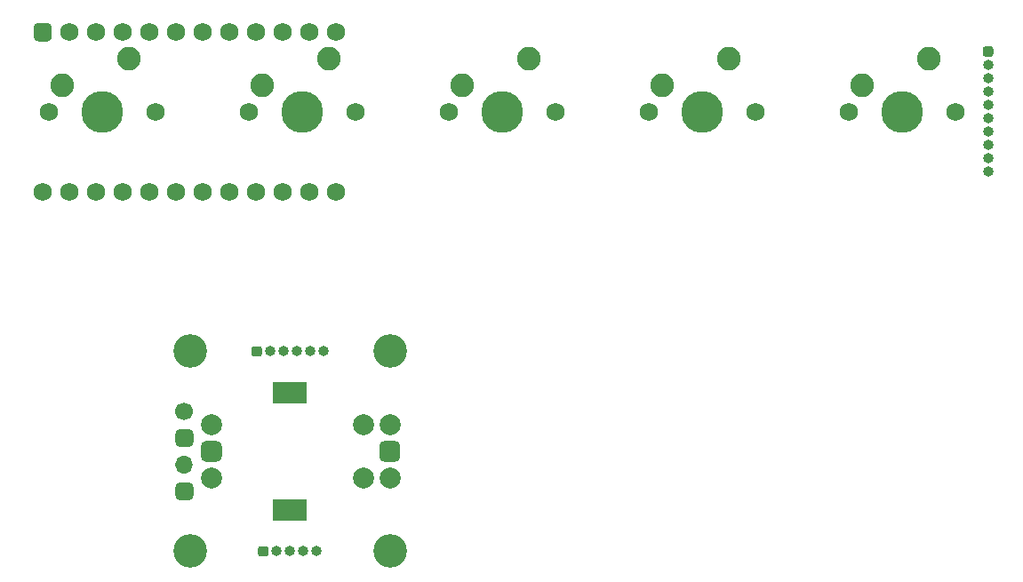
<source format=gbs>
%TF.GenerationSoftware,KiCad,Pcbnew,5.99.0+really5.1.10+dfsg1-1*%
%TF.CreationDate,2021-06-06T12:38:46-04:00*%
%TF.ProjectId,5x1_knob,3578315f-6b6e-46f6-922e-6b696361645f,rev?*%
%TF.SameCoordinates,Original*%
%TF.FileFunction,Soldermask,Bot*%
%TF.FilePolarity,Negative*%
%FSLAX46Y46*%
G04 Gerber Fmt 4.6, Leading zero omitted, Abs format (unit mm)*
G04 Created by KiCad (PCBNEW 5.99.0+really5.1.10+dfsg1-1) date 2021-06-06 12:38:46*
%MOMM*%
%LPD*%
G01*
G04 APERTURE LIST*
%ADD10C,2.000000*%
%ADD11R,3.200001X2.000000*%
%ADD12C,1.752600*%
%ADD13O,1.000000X1.000000*%
%ADD14O,1.700000X1.700000*%
%ADD15C,1.700000*%
%ADD16C,3.200000*%
%ADD17C,2.250000*%
%ADD18C,3.987800*%
%ADD19C,1.750000*%
G04 APERTURE END LIST*
%TO.C,SW_1*%
G36*
G01*
X34598500Y-42346500D02*
X34598500Y-41346500D01*
G75*
G02*
X35098500Y-40846500I500000J0D01*
G01*
X36098500Y-40846500D01*
G75*
G02*
X36598500Y-41346500I0J-500000D01*
G01*
X36598500Y-42346500D01*
G75*
G02*
X36098500Y-42846500I-500000J0D01*
G01*
X35098500Y-42846500D01*
G75*
G02*
X34598500Y-42346500I0J500000D01*
G01*
G37*
D10*
X35598500Y-44346500D03*
X35598500Y-39346500D03*
X33098500Y-44346500D03*
X33098500Y-39346500D03*
D11*
X26098500Y-47446500D03*
X26098500Y-36246500D03*
D10*
X18598500Y-44346500D03*
G36*
G01*
X17598500Y-42346500D02*
X17598500Y-41346500D01*
G75*
G02*
X18098500Y-40846500I500000J0D01*
G01*
X19098500Y-40846500D01*
G75*
G02*
X19598500Y-41346500I0J-500000D01*
G01*
X19598500Y-42346500D01*
G75*
G02*
X19098500Y-42846500I-500000J0D01*
G01*
X18098500Y-42846500D01*
G75*
G02*
X17598500Y-42346500I0J500000D01*
G01*
G37*
X18598500Y-39346500D03*
%TD*%
D12*
%TO.C,U1*%
X2540000Y-17145000D03*
X30480000Y-1905000D03*
X5080000Y-17145000D03*
X7620000Y-17145000D03*
X10160000Y-17145000D03*
X12700000Y-17145000D03*
X15240000Y-17145000D03*
X17780000Y-17145000D03*
X20320000Y-17145000D03*
X22860000Y-17145000D03*
X25400000Y-17145000D03*
X27940000Y-17145000D03*
X30480000Y-17145000D03*
X27940000Y-1905000D03*
X25400000Y-1905000D03*
X22860000Y-1905000D03*
X20320000Y-1905000D03*
X17780000Y-1905000D03*
X15240000Y-1905000D03*
X12700000Y-1905000D03*
X10160000Y-1905000D03*
X7620000Y-1905000D03*
X5080000Y-1905000D03*
G36*
G01*
X1663700Y-2343150D02*
X1663700Y-1466850D01*
G75*
G02*
X2101850Y-1028700I438150J0D01*
G01*
X2978150Y-1028700D01*
G75*
G02*
X3416300Y-1466850I0J-438150D01*
G01*
X3416300Y-2343150D01*
G75*
G02*
X2978150Y-2781300I-438150J0D01*
G01*
X2101850Y-2781300D01*
G75*
G02*
X1663700Y-2343150I0J438150D01*
G01*
G37*
%TD*%
D13*
%TO.C,J_0*%
X92583000Y-15176500D03*
X92583000Y-13906500D03*
X92583000Y-12636500D03*
X92583000Y-11366500D03*
X92583000Y-10096500D03*
X92583000Y-8826500D03*
X92583000Y-7556500D03*
X92583000Y-6286500D03*
X92583000Y-5016500D03*
G36*
G01*
X92083000Y-3996500D02*
X92083000Y-3496500D01*
G75*
G02*
X92333000Y-3246500I250000J0D01*
G01*
X92833000Y-3246500D01*
G75*
G02*
X93083000Y-3496500I0J-250000D01*
G01*
X93083000Y-3996500D01*
G75*
G02*
X92833000Y-4246500I-250000J0D01*
G01*
X92333000Y-4246500D01*
G75*
G02*
X92083000Y-3996500I0J250000D01*
G01*
G37*
%TD*%
%TO.C,SW_2*%
G36*
G01*
X15185000Y-46081500D02*
X15185000Y-45231500D01*
G75*
G02*
X15610000Y-44806500I425000J0D01*
G01*
X16460000Y-44806500D01*
G75*
G02*
X16885000Y-45231500I0J-425000D01*
G01*
X16885000Y-46081500D01*
G75*
G02*
X16460000Y-46506500I-425000J0D01*
G01*
X15610000Y-46506500D01*
G75*
G02*
X15185000Y-46081500I0J425000D01*
G01*
G37*
D14*
X16035000Y-43116500D03*
G36*
G01*
X15185000Y-41001500D02*
X15185000Y-40151500D01*
G75*
G02*
X15610000Y-39726500I425000J0D01*
G01*
X16460000Y-39726500D01*
G75*
G02*
X16885000Y-40151500I0J-425000D01*
G01*
X16885000Y-41001500D01*
G75*
G02*
X16460000Y-41426500I-425000J0D01*
G01*
X15610000Y-41426500D01*
G75*
G02*
X15185000Y-41001500I0J425000D01*
G01*
G37*
D15*
X16035000Y-38036500D03*
%TD*%
D13*
%TO.C,J_2*%
X28638500Y-51371500D03*
X27368500Y-51371500D03*
X26098500Y-51371500D03*
X24828500Y-51371500D03*
G36*
G01*
X23808500Y-51871500D02*
X23308500Y-51871500D01*
G75*
G02*
X23058500Y-51621500I0J250000D01*
G01*
X23058500Y-51121500D01*
G75*
G02*
X23308500Y-50871500I250000J0D01*
G01*
X23808500Y-50871500D01*
G75*
G02*
X24058500Y-51121500I0J-250000D01*
G01*
X24058500Y-51621500D01*
G75*
G02*
X23808500Y-51871500I-250000J0D01*
G01*
G37*
%TD*%
%TO.C,J_1*%
X29273500Y-32321500D03*
X28003500Y-32321500D03*
X26733500Y-32321500D03*
X25463500Y-32321500D03*
X24193500Y-32321500D03*
G36*
G01*
X23173500Y-32821500D02*
X22673500Y-32821500D01*
G75*
G02*
X22423500Y-32571500I0J250000D01*
G01*
X22423500Y-32071500D01*
G75*
G02*
X22673500Y-31821500I250000J0D01*
G01*
X23173500Y-31821500D01*
G75*
G02*
X23423500Y-32071500I0J-250000D01*
G01*
X23423500Y-32571500D01*
G75*
G02*
X23173500Y-32821500I-250000J0D01*
G01*
G37*
%TD*%
D16*
%TO.C,REF\u002A\u002A*%
X35623500Y-32321500D03*
%TD*%
%TO.C,REF\u002A\u002A*%
X16573500Y-32321500D03*
%TD*%
%TO.C,REF\u002A\u002A*%
X16573500Y-51371500D03*
%TD*%
%TO.C,REF\u002A\u002A*%
X35623500Y-51371500D03*
%TD*%
D17*
%TO.C,MX_5*%
X86931500Y-4445000D03*
D18*
X84391500Y-9525000D03*
D17*
X80581500Y-6985000D03*
D19*
X79311500Y-9525000D03*
X89471500Y-9525000D03*
%TD*%
D17*
%TO.C,MX_4*%
X67881500Y-4445000D03*
D18*
X65341500Y-9525000D03*
D17*
X61531500Y-6985000D03*
D19*
X60261500Y-9525000D03*
X70421500Y-9525000D03*
%TD*%
D17*
%TO.C,MX_3*%
X48831500Y-4445000D03*
D18*
X46291500Y-9525000D03*
D17*
X42481500Y-6985000D03*
D19*
X41211500Y-9525000D03*
X51371500Y-9525000D03*
%TD*%
D17*
%TO.C,MX_2*%
X29781500Y-4445000D03*
D18*
X27241500Y-9525000D03*
D17*
X23431500Y-6985000D03*
D19*
X22161500Y-9525000D03*
X32321500Y-9525000D03*
%TD*%
D17*
%TO.C,MX_1*%
X10731500Y-4445000D03*
D18*
X8191500Y-9525000D03*
D17*
X4381500Y-6985000D03*
D19*
X3111500Y-9525000D03*
X13271500Y-9525000D03*
%TD*%
M02*

</source>
